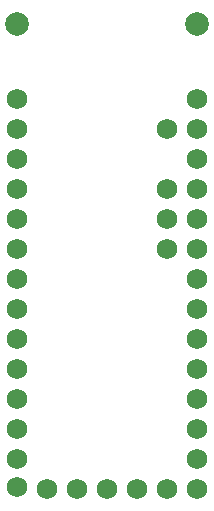
<source format=gbs>
G04 Layer: BottomSolderMaskLayer*
G04 EasyEDA v6.4.25, 2022-02-03T13:57:38+11:00*
G04 a67cddfb3fce44daa9051d46cbbcc19f,10*
G04 Gerber Generator version 0.2*
G04 Scale: 100 percent, Rotated: No, Reflected: No *
G04 Dimensions in millimeters *
G04 leading zeros omitted , absolute positions ,4 integer and 5 decimal *
%FSLAX45Y45*%
%MOMM*%

%ADD19C,1.7272*%
%ADD22C,2.0016*%

%LPD*%
D19*
G01*
X1778000Y3683000D03*
G01*
X1778000Y3429000D03*
G01*
X1778000Y3175000D03*
G01*
X1778000Y2921000D03*
G01*
X1778000Y2667000D03*
G01*
X1778000Y2413000D03*
G01*
X1778000Y2159000D03*
G01*
X1778000Y1905000D03*
G01*
X1778000Y1651000D03*
G01*
X1778000Y1397000D03*
G01*
X1778000Y1143000D03*
G01*
X1778000Y889000D03*
G01*
X1778000Y635000D03*
G01*
X1778000Y381000D03*
G01*
X1524000Y3429000D03*
G01*
X1524000Y2921000D03*
G01*
X1524000Y2667000D03*
G01*
X1524000Y2413000D03*
G01*
X1524000Y381000D03*
G01*
X1270000Y381000D03*
G01*
X1016000Y381000D03*
G01*
X762000Y381000D03*
G01*
X508000Y381000D03*
G01*
X254000Y393700D03*
G01*
X254000Y635000D03*
G01*
X254000Y889000D03*
G01*
X254000Y1143000D03*
G01*
X254000Y1397000D03*
G01*
X254000Y1651000D03*
G01*
X254000Y1905000D03*
G01*
X254000Y2159000D03*
G01*
X254000Y2413000D03*
G01*
X254000Y2667000D03*
G01*
X254000Y2921000D03*
G01*
X254000Y3175000D03*
G01*
X254000Y3429000D03*
G01*
X254000Y3683000D03*
D22*
G01*
X254000Y4318000D03*
G01*
X1778000Y4318000D03*
M02*

</source>
